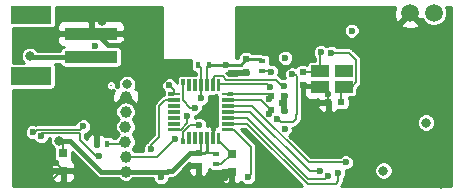
<source format=gbl>
G04 #@! TF.FileFunction,Copper,L4,Bot,Signal*
%FSLAX46Y46*%
G04 Gerber Fmt 4.6, Leading zero omitted, Abs format (unit mm)*
G04 Created by KiCad (PCBNEW 4.0.1-stable) date 28/01/2016 21:23:27*
%MOMM*%
G01*
G04 APERTURE LIST*
%ADD10C,0.100000*%
%ADD11R,0.600000X0.400000*%
%ADD12R,4.500000X1.000000*%
%ADD13R,3.400000X1.500000*%
%ADD14R,0.600000X0.500000*%
%ADD15R,0.500000X0.600000*%
%ADD16R,0.750000X0.800000*%
%ADD17C,1.500000*%
%ADD18R,0.400000X0.600000*%
%ADD19R,1.500000X1.000000*%
%ADD20R,0.300000X1.000000*%
%ADD21R,1.000000X0.300000*%
%ADD22C,1.000000*%
%ADD23C,0.600000*%
%ADD24C,0.800000*%
%ADD25C,0.150000*%
%ADD26C,0.280000*%
%ADD27C,0.400000*%
%ADD28C,0.180000*%
%ADD29C,0.300000*%
%ADD30C,0.254000*%
%ADD31C,0.250000*%
G04 APERTURE END LIST*
D10*
D11*
X68700000Y-61750000D03*
X68700000Y-60850000D03*
D12*
X58100000Y-52680000D03*
X58100000Y-50680000D03*
D13*
X53050000Y-54280000D03*
X53050000Y-49080000D03*
D14*
X79300000Y-56500000D03*
X78200000Y-56500000D03*
D15*
X76000000Y-53950000D03*
X76000000Y-55050000D03*
X67200000Y-60750000D03*
X67200000Y-61850000D03*
X71200000Y-52850000D03*
X71200000Y-53950000D03*
D14*
X73325000Y-55950000D03*
X74425000Y-55950000D03*
X73325000Y-57150000D03*
X74425000Y-57150000D03*
D16*
X55725000Y-60800000D03*
X55725000Y-62300000D03*
X70000000Y-60850000D03*
X70000000Y-62350000D03*
D17*
X87100000Y-48925000D03*
X85100000Y-48925000D03*
D11*
X72600000Y-52950000D03*
X72600000Y-53850000D03*
D18*
X67150000Y-53300000D03*
X68050000Y-53300000D03*
X58550000Y-60000000D03*
X59450000Y-60000000D03*
D19*
X77500000Y-53850000D03*
X77500000Y-55150000D03*
X79500000Y-53850000D03*
X79500000Y-55150000D03*
D10*
G36*
X65750000Y-54550000D02*
X66050000Y-54550000D01*
X66000000Y-55550000D01*
X65800000Y-55550000D01*
X65750000Y-54550000D01*
X65750000Y-54550000D01*
G37*
D20*
X66400000Y-55050000D03*
X66900000Y-55050000D03*
X67400000Y-55050000D03*
X67900000Y-55050000D03*
X68400000Y-55050000D03*
D10*
G36*
X68750000Y-54550000D02*
X69050000Y-54550000D01*
X69000000Y-55550000D01*
X68800000Y-55550000D01*
X68750000Y-54550000D01*
X68750000Y-54550000D01*
G37*
G36*
X70150000Y-55650000D02*
X70150000Y-55950000D01*
X69150000Y-55900000D01*
X69150000Y-55700000D01*
X70150000Y-55650000D01*
X70150000Y-55650000D01*
G37*
D21*
X69650000Y-56300000D03*
X69650000Y-56800000D03*
X69650000Y-57300000D03*
X69650000Y-57800000D03*
X69650000Y-58300000D03*
D10*
G36*
X70150000Y-58650000D02*
X70150000Y-58950000D01*
X69150000Y-58900000D01*
X69150000Y-58700000D01*
X70150000Y-58650000D01*
X70150000Y-58650000D01*
G37*
G36*
X69050000Y-60050000D02*
X68750000Y-60050000D01*
X68800000Y-59050000D01*
X69000000Y-59050000D01*
X69050000Y-60050000D01*
X69050000Y-60050000D01*
G37*
D20*
X68400000Y-59550000D03*
X67900000Y-59550000D03*
X67400000Y-59550000D03*
X66900000Y-59550000D03*
X66400000Y-59550000D03*
D10*
G36*
X66050000Y-60050000D02*
X65750000Y-60050000D01*
X65800000Y-59050000D01*
X66000000Y-59050000D01*
X66050000Y-60050000D01*
X66050000Y-60050000D01*
G37*
G36*
X64650000Y-58950000D02*
X64650000Y-58650000D01*
X65650000Y-58700000D01*
X65650000Y-58900000D01*
X64650000Y-58950000D01*
X64650000Y-58950000D01*
G37*
D21*
X65150000Y-58300000D03*
X65150000Y-57800000D03*
X65150000Y-57300000D03*
X65150000Y-56800000D03*
X65150000Y-56300000D03*
D10*
G36*
X64650000Y-55950000D02*
X64650000Y-55650000D01*
X65650000Y-55700000D01*
X65650000Y-55900000D01*
X64650000Y-55950000D01*
X64650000Y-55950000D01*
G37*
D22*
X61025000Y-62350000D03*
X61088500Y-61080000D03*
X60961500Y-59810000D03*
X60961500Y-58540000D03*
X61088500Y-57270000D03*
X61025000Y-56000000D03*
D23*
X78000000Y-58000000D03*
X77250000Y-57500000D03*
X77250000Y-58750000D03*
X81000000Y-56000000D03*
X80500000Y-57000000D03*
X77260000Y-56530000D03*
X78155000Y-55805000D03*
D24*
X68520000Y-58260000D03*
D23*
X51700000Y-56850000D03*
D24*
X58225000Y-57625000D03*
D23*
X55475000Y-57550000D03*
D24*
X53420000Y-56060000D03*
D23*
X57400000Y-57725000D03*
X83775000Y-48575000D03*
X88250000Y-53000000D03*
X88250000Y-52000000D03*
X88250000Y-50750000D03*
X88250000Y-49750000D03*
X88500000Y-49025000D03*
X86100000Y-49600000D03*
D24*
X77125000Y-51425000D03*
X73250000Y-49800000D03*
X73250000Y-49825000D03*
X60940000Y-51650000D03*
X55360000Y-55170000D03*
X56775000Y-55225000D03*
X53050000Y-57200000D03*
D23*
X55125000Y-61625000D03*
X52175000Y-63450000D03*
X74482500Y-62392500D03*
X87100000Y-62050000D03*
X79850000Y-62750000D03*
X75625000Y-59725000D03*
X80025000Y-58950000D03*
X79950000Y-57925000D03*
X80825000Y-57925000D03*
X79050000Y-57925000D03*
X78425000Y-58925000D03*
X79125000Y-58925000D03*
X80875000Y-58950000D03*
X74275000Y-56550000D03*
X59425000Y-54525000D03*
X58400000Y-51700000D03*
X58675000Y-54725000D03*
X58600000Y-55600000D03*
X64475000Y-54325000D03*
X59800000Y-58350000D03*
X59800000Y-59225000D03*
X54450000Y-63375000D03*
X85350000Y-60875000D03*
X84250000Y-60850000D03*
X88350000Y-63050000D03*
X88450000Y-61825000D03*
X88425000Y-60975000D03*
X88450000Y-59000000D03*
X87550000Y-59025000D03*
X85800000Y-58950000D03*
X82325000Y-59600000D03*
X83250000Y-59575000D03*
X84600000Y-59150000D03*
X88450000Y-56025000D03*
X87350000Y-58150000D03*
X88400000Y-58150000D03*
X87250000Y-56050000D03*
X86000000Y-55000000D03*
X87000000Y-55000000D03*
X88000000Y-55000000D03*
X84325000Y-55050000D03*
X84250000Y-52000000D03*
D24*
X82750000Y-53500000D03*
X81750000Y-53500000D03*
X81750000Y-52500000D03*
X82750000Y-52500000D03*
X84650000Y-51000000D03*
D23*
X82750000Y-49750000D03*
D24*
X78500000Y-48750000D03*
X79500000Y-48750000D03*
X80500000Y-48750000D03*
X81500000Y-48750000D03*
X82500000Y-48750000D03*
X77500000Y-48750000D03*
X76500000Y-48750000D03*
X75500000Y-48750000D03*
X74500000Y-48750000D03*
X73500000Y-48750000D03*
D23*
X72980000Y-51570000D03*
X69980000Y-54010000D03*
X72680000Y-61380000D03*
X68510000Y-62870000D03*
X69430000Y-62920000D03*
D24*
X54980000Y-51360000D03*
X52960000Y-51330000D03*
X61100000Y-50670000D03*
X61060000Y-49540000D03*
X60300000Y-48840000D03*
X59200000Y-48770000D03*
X59020000Y-49610000D03*
D23*
X64020000Y-62830000D03*
X74480000Y-58780000D03*
D24*
X86460000Y-58200000D03*
X82855000Y-62265000D03*
D23*
X80160000Y-50410000D03*
X74520000Y-52720000D03*
X69490000Y-53290000D03*
D24*
X61140000Y-54920000D03*
X55420000Y-59740000D03*
D23*
X73125000Y-56200000D03*
X73175000Y-57475000D03*
X79670000Y-61580000D03*
X67440000Y-56130000D03*
X65180000Y-59570000D03*
X66860000Y-56930000D03*
X57430000Y-58530000D03*
X53180000Y-59020000D03*
X63150000Y-60460000D03*
X58800000Y-61020000D03*
X53870000Y-59380000D03*
X64720000Y-55050000D03*
X67220000Y-58380000D03*
X66230000Y-57620000D03*
X71385000Y-62815000D03*
X74420000Y-55120000D03*
X73250000Y-55150000D03*
X77440000Y-62330000D03*
X78200000Y-62740000D03*
X79030000Y-62450000D03*
D24*
X52930000Y-52540000D03*
D23*
X78440000Y-52280000D03*
X77540000Y-52230000D03*
X73360000Y-53880000D03*
X73870000Y-57870000D03*
X75120000Y-54120000D03*
D25*
X59780000Y-55050000D02*
X59790000Y-55060000D01*
X78000000Y-58000000D02*
X77750000Y-58000000D01*
X77750000Y-58000000D02*
X77250000Y-57500000D01*
X78000000Y-58000000D02*
X77250000Y-58750000D01*
X80500000Y-57000000D02*
X80500000Y-56500000D01*
X80500000Y-56500000D02*
X81000000Y-56000000D01*
X80825000Y-57925000D02*
X80825000Y-57325000D01*
X80825000Y-57325000D02*
X80500000Y-57000000D01*
X79050000Y-57925000D02*
X78075000Y-57925000D01*
X78075000Y-57925000D02*
X78000000Y-58000000D01*
X78200000Y-56500000D02*
X77290000Y-56500000D01*
X77290000Y-56500000D02*
X77260000Y-56530000D01*
X78200000Y-55805000D02*
X78155000Y-55805000D01*
X78200000Y-56500000D02*
X78200000Y-55805000D01*
X78200000Y-55805000D02*
X78200000Y-55850000D01*
X78200000Y-55850000D02*
X77500000Y-55150000D01*
X76000000Y-55050000D02*
X77400000Y-55050000D01*
X77400000Y-55050000D02*
X77500000Y-55150000D01*
D26*
X68400000Y-59550000D02*
X68400000Y-58380000D01*
X68400000Y-58380000D02*
X68520000Y-58260000D01*
D27*
X53985000Y-56060000D02*
X55475000Y-57550000D01*
X53985000Y-56060000D02*
X53420000Y-56060000D01*
D28*
X57225000Y-57550000D02*
X55475000Y-57550000D01*
X57400000Y-57725000D02*
X57225000Y-57550000D01*
X82500000Y-48750000D02*
X83600000Y-48750000D01*
X83600000Y-48750000D02*
X83775000Y-48575000D01*
X88250000Y-49750000D02*
X88250000Y-49275000D01*
D25*
X88250000Y-53000000D02*
X88250000Y-52000000D01*
X88250000Y-50750000D02*
X88250000Y-49750000D01*
D28*
X88250000Y-49275000D02*
X88500000Y-49025000D01*
D29*
X73250000Y-49825000D02*
X73250000Y-49800000D01*
D27*
X59540000Y-51650000D02*
X60940000Y-51650000D01*
X58570000Y-50680000D02*
X59540000Y-51650000D01*
D29*
X55360000Y-55170000D02*
X56720000Y-55170000D01*
X56720000Y-55170000D02*
X56775000Y-55225000D01*
D25*
X55725000Y-62300000D02*
X55725000Y-62225000D01*
X55725000Y-62225000D02*
X55125000Y-61625000D01*
X54450000Y-63375000D02*
X52250000Y-63375000D01*
X52250000Y-63375000D02*
X52175000Y-63450000D01*
X74482500Y-62392500D02*
X74475000Y-62400000D01*
X81750000Y-54425000D02*
X81750000Y-53500000D01*
X81675000Y-54500000D02*
X81750000Y-54425000D01*
X79050000Y-57925000D02*
X79950000Y-57925000D01*
X79950000Y-57925000D02*
X80825000Y-57925000D01*
X79125000Y-58925000D02*
X78425000Y-58925000D01*
X80875000Y-58950000D02*
X80025000Y-58950000D01*
X80025000Y-58950000D02*
X79150000Y-58950000D01*
X79150000Y-58950000D02*
X79125000Y-58925000D01*
X79050000Y-58075000D02*
X79050000Y-58375000D01*
X79050000Y-57925000D02*
X79050000Y-58075000D01*
X79625000Y-58950000D02*
X80875000Y-58950000D01*
X79050000Y-58375000D02*
X79625000Y-58950000D01*
X74425000Y-56625000D02*
X74350000Y-56625000D01*
X74350000Y-56625000D02*
X74275000Y-56550000D01*
X74425000Y-55950000D02*
X74425000Y-56625000D01*
X74425000Y-56625000D02*
X74425000Y-57150000D01*
X58550000Y-60000000D02*
X58550000Y-59525000D01*
X59800000Y-58350000D02*
X59800000Y-59225000D01*
X58850000Y-59225000D02*
X59800000Y-59225000D01*
X58550000Y-59525000D02*
X58850000Y-59225000D01*
X55725000Y-62300000D02*
X55525000Y-62300000D01*
X55525000Y-62300000D02*
X54450000Y-63375000D01*
X85350000Y-60875000D02*
X84275000Y-60875000D01*
X84275000Y-60875000D02*
X84250000Y-60850000D01*
X88350000Y-63050000D02*
X87700000Y-63700000D01*
X88450000Y-61000000D02*
X88450000Y-61825000D01*
X88425000Y-60975000D02*
X88450000Y-61000000D01*
X87575000Y-59000000D02*
X88450000Y-59000000D01*
X87550000Y-59025000D02*
X87575000Y-59000000D01*
X83225000Y-59600000D02*
X82325000Y-59600000D01*
X83250000Y-59575000D02*
X83225000Y-59600000D01*
X88475000Y-57075000D02*
X88475000Y-58075000D01*
X88450000Y-56025000D02*
X88475000Y-56050000D01*
X88475000Y-56050000D02*
X88475000Y-57075000D01*
X88475000Y-58075000D02*
X88400000Y-58150000D01*
X87250000Y-56050000D02*
X87250000Y-56000000D01*
X85950000Y-55050000D02*
X86000000Y-55000000D01*
X87000000Y-55000000D02*
X88000000Y-55000000D01*
X84325000Y-55050000D02*
X85950000Y-55050000D01*
D26*
X84250000Y-52000000D02*
X83250000Y-52000000D01*
X82750000Y-53500000D02*
X82750000Y-54250000D01*
X81750000Y-52500000D02*
X81750000Y-53500000D01*
X83250000Y-52000000D02*
X82750000Y-52500000D01*
X84650000Y-51000000D02*
X84750000Y-51000000D01*
D29*
X79500000Y-48750000D02*
X80500000Y-48750000D01*
D26*
X81500000Y-48750000D02*
X82500000Y-48750000D01*
X75500000Y-48750000D02*
X76500000Y-48750000D01*
X73500000Y-48750000D02*
X74500000Y-48750000D01*
X77500000Y-48750000D02*
X78500000Y-48750000D01*
X70160000Y-54010000D02*
X70220000Y-53950000D01*
X70220000Y-53950000D02*
X70160000Y-54010000D01*
X70220000Y-53950000D02*
X70040000Y-53950000D01*
X70040000Y-53950000D02*
X69980000Y-54010000D01*
X71200000Y-53950000D02*
X70220000Y-53950000D01*
X69430000Y-62920000D02*
X70000000Y-62350000D01*
X68560000Y-62920000D02*
X69430000Y-62920000D01*
X68510000Y-62870000D02*
X68560000Y-62920000D01*
D27*
X58100000Y-50680000D02*
X58570000Y-50680000D01*
X58100000Y-50680000D02*
X61090000Y-50680000D01*
X61090000Y-50680000D02*
X61100000Y-50670000D01*
X61060000Y-49540000D02*
X60360000Y-48840000D01*
X60360000Y-48840000D02*
X60300000Y-48840000D01*
X59200000Y-48770000D02*
X59020000Y-48950000D01*
X59020000Y-48950000D02*
X59020000Y-49610000D01*
D25*
X67400000Y-59550000D02*
X67400000Y-60550000D01*
X67400000Y-60550000D02*
X67200000Y-60750000D01*
D27*
X63900000Y-62710000D02*
X63900000Y-62350000D01*
X64020000Y-62830000D02*
X63900000Y-62710000D01*
X63900000Y-62350000D02*
X64540000Y-62350000D01*
X61025000Y-62350000D02*
X63900000Y-62350000D01*
X66480000Y-60750000D02*
X67200000Y-60750000D01*
X64950000Y-62280000D02*
X64850000Y-62280000D01*
X66480000Y-60750000D02*
X64950000Y-62280000D01*
X64610000Y-62280000D02*
X64850000Y-62280000D01*
X64540000Y-62350000D02*
X64610000Y-62280000D01*
D26*
X71200000Y-52850000D02*
X72500000Y-52850000D01*
X72500000Y-52850000D02*
X72600000Y-52950000D01*
X68050000Y-53300000D02*
X68890000Y-53300000D01*
X68890000Y-53300000D02*
X68900000Y-53290000D01*
X68900000Y-53290000D02*
X69490000Y-53290000D01*
X70760000Y-53290000D02*
X71200000Y-52850000D01*
X69490000Y-53290000D02*
X70760000Y-53290000D01*
D27*
X61025000Y-62350000D02*
X58920000Y-62350000D01*
X56310000Y-59740000D02*
X55420000Y-59740000D01*
X58920000Y-62350000D02*
X56310000Y-59740000D01*
D28*
X55420000Y-59700000D02*
X55420000Y-59740000D01*
X55420000Y-59740000D02*
X55420000Y-59700000D01*
X55725000Y-60800000D02*
X55725000Y-60045000D01*
X55725000Y-60045000D02*
X55420000Y-59740000D01*
D25*
X67760000Y-60750000D02*
X68600000Y-60750000D01*
X68600000Y-60750000D02*
X68700000Y-60850000D01*
D30*
X67900000Y-59550000D02*
X67900000Y-60610000D01*
X67760000Y-60750000D02*
X67200000Y-60750000D01*
D25*
X67900000Y-60610000D02*
X67760000Y-60750000D01*
X67900000Y-55050000D02*
X67900000Y-53450000D01*
X67900000Y-53450000D02*
X68050000Y-53300000D01*
X72575000Y-55800000D02*
X73175000Y-55800000D01*
X73175000Y-55800000D02*
X73325000Y-55950000D01*
X73325000Y-55950000D02*
X73325000Y-56000000D01*
X73325000Y-56000000D02*
X73125000Y-56200000D01*
X69650000Y-55800000D02*
X72575000Y-55800000D01*
X72575000Y-55800000D02*
X72580000Y-55800000D01*
X72150000Y-56300000D02*
X72475000Y-56300000D01*
X72475000Y-56300000D02*
X73325000Y-57150000D01*
X73325000Y-57150000D02*
X73325000Y-57400000D01*
X73325000Y-57400000D02*
X73250000Y-57475000D01*
X73250000Y-57475000D02*
X73175000Y-57475000D01*
X72210000Y-56300000D02*
X72150000Y-56300000D01*
X72150000Y-56300000D02*
X69650000Y-56300000D01*
X69650000Y-56800000D02*
X71740000Y-56800000D01*
X78190000Y-61580000D02*
X79670000Y-61580000D01*
X76520000Y-61580000D02*
X78190000Y-61580000D01*
X71740000Y-56800000D02*
X76520000Y-61580000D01*
X67440000Y-56130000D02*
X67400000Y-56090000D01*
X67400000Y-56090000D02*
X67400000Y-55050000D01*
X63670000Y-61080000D02*
X65180000Y-59570000D01*
X61025000Y-61080000D02*
X63670000Y-61080000D01*
X67400000Y-55050000D02*
X67400000Y-53550000D01*
X67400000Y-53550000D02*
X67150000Y-53300000D01*
X59450000Y-60000000D02*
X60835000Y-60000000D01*
X60835000Y-60000000D02*
X61025000Y-59810000D01*
X65900000Y-55050000D02*
X65900000Y-56330000D01*
X66500000Y-56930000D02*
X66860000Y-56930000D01*
X65900000Y-56330000D02*
X66500000Y-56930000D01*
X53270000Y-59020000D02*
X53500000Y-58790000D01*
X53500000Y-58790000D02*
X57170000Y-58790000D01*
X57170000Y-58790000D02*
X57430000Y-58530000D01*
X53180000Y-59020000D02*
X53270000Y-59020000D01*
X53190000Y-59010000D02*
X53190000Y-58940000D01*
X53180000Y-59020000D02*
X53190000Y-59010000D01*
X65150000Y-56300000D02*
X64350000Y-56300000D01*
X63150000Y-60130000D02*
X63150000Y-60460000D01*
X63890000Y-59390000D02*
X63150000Y-60130000D01*
X63890000Y-56760000D02*
X63890000Y-59390000D01*
X64350000Y-56300000D02*
X63890000Y-56760000D01*
X58500000Y-61020000D02*
X58800000Y-61020000D01*
X53870000Y-59380000D02*
X53870000Y-59130000D01*
X53900000Y-59100000D02*
X57160000Y-59100000D01*
X53870000Y-59130000D02*
X53900000Y-59100000D01*
X57160000Y-59680000D02*
X58500000Y-61020000D01*
X58500000Y-61020000D02*
X58510000Y-61030000D01*
X57160000Y-59100000D02*
X57160000Y-59680000D01*
X64720000Y-55050000D02*
X65150000Y-55480000D01*
X65150000Y-55480000D02*
X65150000Y-55800000D01*
X68900000Y-59550000D02*
X68900000Y-59750000D01*
X68900000Y-59750000D02*
X70000000Y-60850000D01*
X68700000Y-61750000D02*
X69100000Y-61750000D01*
X69100000Y-61750000D02*
X70000000Y-60850000D01*
X65900000Y-58994266D02*
X66514266Y-58380000D01*
X66514266Y-58380000D02*
X67220000Y-58380000D01*
X65900000Y-59550000D02*
X65900000Y-58994266D01*
X65150000Y-58800000D02*
X65670000Y-58800000D01*
X66230000Y-58240000D02*
X66230000Y-57620000D01*
X66230000Y-57620000D02*
X66230000Y-57600000D01*
X65670000Y-58800000D02*
X66230000Y-58240000D01*
X71490000Y-62720000D02*
X71480000Y-62720000D01*
X71620000Y-62590000D02*
X71490000Y-62720000D01*
X69650000Y-58800000D02*
X70180000Y-58800000D01*
X71620000Y-60240000D02*
X71620000Y-62430000D01*
X70180000Y-58800000D02*
X71620000Y-60240000D01*
X71620000Y-62430000D02*
X71620000Y-62590000D01*
X71480000Y-62720000D02*
X71385000Y-62815000D01*
X71385000Y-62815000D02*
X71380000Y-62820000D01*
X71190000Y-54609998D02*
X73779998Y-54609998D01*
X74290000Y-55120000D02*
X74420000Y-55120000D01*
X73779998Y-54609998D02*
X74290000Y-55120000D01*
X68400000Y-55050000D02*
X68400000Y-54530000D01*
X69550000Y-54609998D02*
X71190000Y-54609998D01*
X71190000Y-54609998D02*
X71200000Y-54609998D01*
X69240002Y-54300000D02*
X69550000Y-54609998D01*
X68630000Y-54300000D02*
X69240002Y-54300000D01*
X68400000Y-54530000D02*
X68630000Y-54300000D01*
X73250000Y-55150000D02*
X73000000Y-54910000D01*
X73000000Y-54910000D02*
X69040000Y-54910000D01*
X69040000Y-54910000D02*
X68900000Y-55050000D01*
X69650000Y-57300000D02*
X71580000Y-57300000D01*
X76610000Y-62330000D02*
X77440000Y-62330000D01*
X71580000Y-57300000D02*
X76610000Y-62330000D01*
X71264266Y-57800000D02*
X69650000Y-57800000D01*
X76464266Y-63000000D02*
X71264266Y-57800000D01*
X77940000Y-63000000D02*
X76464266Y-63000000D01*
X78200000Y-62740000D02*
X77940000Y-63000000D01*
X69650000Y-58300000D02*
X71340000Y-58300000D01*
X79030000Y-63180000D02*
X79030000Y-62450000D01*
X78810000Y-63400000D02*
X79030000Y-63180000D01*
X76440000Y-63400000D02*
X78810000Y-63400000D01*
X71340000Y-58300000D02*
X76440000Y-63400000D01*
D27*
X58100000Y-52680000D02*
X53070000Y-52680000D01*
X53070000Y-52680000D02*
X52930000Y-52540000D01*
D25*
X80540000Y-54780000D02*
X80540000Y-52910000D01*
X80540000Y-52910000D02*
X79910000Y-52280000D01*
X79910000Y-52280000D02*
X78440000Y-52280000D01*
X80540000Y-54780000D02*
X80170000Y-55150000D01*
X79500000Y-55150000D02*
X80170000Y-55150000D01*
X79300000Y-56500000D02*
X79300000Y-55350000D01*
X79300000Y-55350000D02*
X79500000Y-55150000D01*
X77500000Y-52270000D02*
X77500000Y-53850000D01*
X77540000Y-52230000D02*
X77500000Y-52270000D01*
X76000000Y-53950000D02*
X77400000Y-53950000D01*
X77400000Y-53950000D02*
X77500000Y-53850000D01*
X73330000Y-53850000D02*
X72600000Y-53850000D01*
X73360000Y-53880000D02*
X73330000Y-53850000D01*
X75120000Y-54120000D02*
X75320000Y-54120000D01*
X74175000Y-58175000D02*
X73870000Y-57870000D01*
X75200000Y-58175000D02*
X74175000Y-58175000D01*
X75475000Y-57900000D02*
X75200000Y-58175000D01*
X75475000Y-57525000D02*
X75475000Y-57900000D01*
X75500000Y-57500000D02*
X75475000Y-57525000D01*
X75500000Y-54300000D02*
X75500000Y-57500000D01*
X75320000Y-54120000D02*
X75500000Y-54300000D01*
D31*
G36*
X83704501Y-48722635D02*
X83733286Y-49272073D01*
X83888169Y-49645994D01*
X84128307Y-49714259D01*
X84917566Y-48925000D01*
X84903424Y-48910858D01*
X85085858Y-48728424D01*
X85100000Y-48742566D01*
X85114142Y-48728424D01*
X85296576Y-48910858D01*
X85282434Y-48925000D01*
X86071693Y-49714259D01*
X86248192Y-49664085D01*
X86461907Y-49878172D01*
X86875242Y-50049804D01*
X87322795Y-50050195D01*
X87736429Y-49879285D01*
X88053172Y-49563093D01*
X88224804Y-49149758D01*
X88225195Y-48702205D01*
X88120986Y-48450000D01*
X88550000Y-48450000D01*
X88550000Y-63550000D01*
X79296396Y-63550000D01*
X79348198Y-63498198D01*
X79403711Y-63415117D01*
X79445746Y-63352208D01*
X79480000Y-63180000D01*
X79480000Y-62954547D01*
X79601903Y-62832856D01*
X79704883Y-62584855D01*
X79705027Y-62418481D01*
X82079866Y-62418481D01*
X82197604Y-62703429D01*
X82415425Y-62921630D01*
X82700167Y-63039865D01*
X83008481Y-63040134D01*
X83293429Y-62922396D01*
X83511630Y-62704575D01*
X83629865Y-62419833D01*
X83630134Y-62111519D01*
X83512396Y-61826571D01*
X83294575Y-61608370D01*
X83009833Y-61490135D01*
X82701519Y-61489866D01*
X82416571Y-61607604D01*
X82198370Y-61825425D01*
X82080135Y-62110167D01*
X82079866Y-62418481D01*
X79705027Y-62418481D01*
X79705117Y-62316323D01*
X79679783Y-62255009D01*
X79803677Y-62255117D01*
X80051857Y-62152571D01*
X80241903Y-61962856D01*
X80344883Y-61714855D01*
X80345117Y-61446323D01*
X80242571Y-61198143D01*
X80052856Y-61008097D01*
X79804855Y-60905117D01*
X79536323Y-60904883D01*
X79288143Y-61007429D01*
X79165358Y-61130000D01*
X76706396Y-61130000D01*
X74895441Y-59319045D01*
X75051903Y-59162856D01*
X75154883Y-58914855D01*
X75155117Y-58646323D01*
X75146307Y-58625000D01*
X75200000Y-58625000D01*
X75372208Y-58590746D01*
X75518198Y-58493198D01*
X75657915Y-58353481D01*
X85684866Y-58353481D01*
X85802604Y-58638429D01*
X86020425Y-58856630D01*
X86305167Y-58974865D01*
X86613481Y-58975134D01*
X86898429Y-58857396D01*
X87116630Y-58639575D01*
X87234865Y-58354833D01*
X87235134Y-58046519D01*
X87117396Y-57761571D01*
X86899575Y-57543370D01*
X86614833Y-57425135D01*
X86306519Y-57424866D01*
X86021571Y-57542604D01*
X85803370Y-57760425D01*
X85685135Y-58045167D01*
X85684866Y-58353481D01*
X75657915Y-58353481D01*
X75793198Y-58218198D01*
X75800394Y-58207429D01*
X75890746Y-58072208D01*
X75925000Y-57900000D01*
X75925000Y-57625685D01*
X75950000Y-57500000D01*
X75950000Y-56783250D01*
X77267000Y-56783250D01*
X77267000Y-56875912D01*
X77363369Y-57108566D01*
X77541435Y-57286632D01*
X77774089Y-57383000D01*
X77912750Y-57383000D01*
X78071000Y-57224750D01*
X78071000Y-56625000D01*
X77425250Y-56625000D01*
X77267000Y-56783250D01*
X75950000Y-56783250D01*
X75950000Y-54901000D01*
X76125000Y-54901000D01*
X76125000Y-54921000D01*
X76175250Y-54921000D01*
X76275250Y-55021000D01*
X77371000Y-55021000D01*
X77371000Y-55001000D01*
X77629000Y-55001000D01*
X77629000Y-55021000D01*
X77649000Y-55021000D01*
X77649000Y-55279000D01*
X77629000Y-55279000D01*
X77629000Y-55299000D01*
X77371000Y-55299000D01*
X77371000Y-55279000D01*
X76824750Y-55279000D01*
X76724750Y-55179000D01*
X76125000Y-55179000D01*
X76125000Y-55429250D01*
X76117000Y-55437250D01*
X76117000Y-55775912D01*
X76125000Y-55795226D01*
X76125000Y-55824750D01*
X76145877Y-55845627D01*
X76213369Y-56008566D01*
X76391435Y-56186632D01*
X76624089Y-56283000D01*
X77212750Y-56283000D01*
X77273000Y-56222750D01*
X77425250Y-56375000D01*
X78071000Y-56375000D01*
X78071000Y-56351000D01*
X78329000Y-56351000D01*
X78329000Y-56375000D01*
X78349000Y-56375000D01*
X78349000Y-56625000D01*
X78329000Y-56625000D01*
X78329000Y-57224750D01*
X78487250Y-57383000D01*
X78625911Y-57383000D01*
X78858565Y-57286632D01*
X79012851Y-57132346D01*
X79600000Y-57132346D01*
X79738966Y-57106198D01*
X79866599Y-57024069D01*
X79952223Y-56898754D01*
X79982346Y-56750000D01*
X79982346Y-56250000D01*
X79956198Y-56111034D01*
X79905564Y-56032346D01*
X80250000Y-56032346D01*
X80388966Y-56006198D01*
X80516599Y-55924069D01*
X80602223Y-55798754D01*
X80632346Y-55650000D01*
X80632346Y-55324050D01*
X80858198Y-55098198D01*
X80883721Y-55060000D01*
X80955746Y-54952208D01*
X80990000Y-54780000D01*
X80990000Y-52910000D01*
X80978313Y-52851246D01*
X80955747Y-52737793D01*
X80858198Y-52591802D01*
X80228198Y-51961802D01*
X80153368Y-51911802D01*
X80082208Y-51864254D01*
X79910000Y-51830000D01*
X78944547Y-51830000D01*
X78822856Y-51708097D01*
X78574855Y-51605117D01*
X78306323Y-51604883D01*
X78058143Y-51707429D01*
X78015048Y-51750449D01*
X77922856Y-51658097D01*
X77674855Y-51555117D01*
X77406323Y-51554883D01*
X77158143Y-51657429D01*
X76968097Y-51847144D01*
X76865117Y-52095145D01*
X76864883Y-52363677D01*
X76967429Y-52611857D01*
X77050000Y-52694572D01*
X77050000Y-52967654D01*
X76750000Y-52967654D01*
X76611034Y-52993802D01*
X76483401Y-53075931D01*
X76397777Y-53201246D01*
X76379038Y-53293784D01*
X76250000Y-53267654D01*
X75750000Y-53267654D01*
X75611034Y-53293802D01*
X75483401Y-53375931D01*
X75397777Y-53501246D01*
X75397176Y-53504214D01*
X75254855Y-53445117D01*
X74986323Y-53444883D01*
X74738143Y-53547429D01*
X74548097Y-53737144D01*
X74445117Y-53985145D01*
X74444883Y-54253677D01*
X74523973Y-54445090D01*
X74286323Y-54444883D01*
X74261525Y-54455129D01*
X74098196Y-54291800D01*
X74085626Y-54283401D01*
X73958613Y-54198533D01*
X74034883Y-54014855D01*
X74035117Y-53746323D01*
X73932571Y-53498143D01*
X73742856Y-53308097D01*
X73494855Y-53205117D01*
X73271224Y-53204922D01*
X73282346Y-53150000D01*
X73282346Y-52853677D01*
X73844883Y-52853677D01*
X73947429Y-53101857D01*
X74137144Y-53291903D01*
X74385145Y-53394883D01*
X74653677Y-53395117D01*
X74901857Y-53292571D01*
X75091903Y-53102856D01*
X75194883Y-52854855D01*
X75195117Y-52586323D01*
X75092571Y-52338143D01*
X74902856Y-52148097D01*
X74654855Y-52045117D01*
X74386323Y-52044883D01*
X74138143Y-52147429D01*
X73948097Y-52337144D01*
X73845117Y-52585145D01*
X73844883Y-52853677D01*
X73282346Y-52853677D01*
X73282346Y-52750000D01*
X73256198Y-52611034D01*
X73174069Y-52483401D01*
X73048754Y-52397777D01*
X72900000Y-52367654D01*
X72664163Y-52367654D01*
X72500000Y-52335000D01*
X71757272Y-52335000D01*
X71724069Y-52283401D01*
X71598754Y-52197777D01*
X71450000Y-52167654D01*
X70950000Y-52167654D01*
X70811034Y-52193802D01*
X70683401Y-52275931D01*
X70597777Y-52401246D01*
X70567654Y-52550000D01*
X70567654Y-52754026D01*
X70546680Y-52775000D01*
X70369937Y-52775000D01*
X70375000Y-52750000D01*
X70375000Y-50543677D01*
X79484883Y-50543677D01*
X79587429Y-50791857D01*
X79777144Y-50981903D01*
X80025145Y-51084883D01*
X80293677Y-51085117D01*
X80541857Y-50982571D01*
X80731903Y-50792856D01*
X80834883Y-50544855D01*
X80835117Y-50276323D01*
X80732571Y-50028143D01*
X80601350Y-49896693D01*
X84310741Y-49896693D01*
X84379006Y-50136831D01*
X84897635Y-50320499D01*
X85447073Y-50291714D01*
X85820994Y-50136831D01*
X85889259Y-49896693D01*
X85100000Y-49107434D01*
X84310741Y-49896693D01*
X80601350Y-49896693D01*
X80542856Y-49838097D01*
X80294855Y-49735117D01*
X80026323Y-49734883D01*
X79778143Y-49837429D01*
X79588097Y-50027144D01*
X79485117Y-50275145D01*
X79484883Y-50543677D01*
X70375000Y-50543677D01*
X70375000Y-48450000D01*
X83801052Y-48450000D01*
X83704501Y-48722635D01*
X83704501Y-48722635D01*
G37*
X83704501Y-48722635D02*
X83733286Y-49272073D01*
X83888169Y-49645994D01*
X84128307Y-49714259D01*
X84917566Y-48925000D01*
X84903424Y-48910858D01*
X85085858Y-48728424D01*
X85100000Y-48742566D01*
X85114142Y-48728424D01*
X85296576Y-48910858D01*
X85282434Y-48925000D01*
X86071693Y-49714259D01*
X86248192Y-49664085D01*
X86461907Y-49878172D01*
X86875242Y-50049804D01*
X87322795Y-50050195D01*
X87736429Y-49879285D01*
X88053172Y-49563093D01*
X88224804Y-49149758D01*
X88225195Y-48702205D01*
X88120986Y-48450000D01*
X88550000Y-48450000D01*
X88550000Y-63550000D01*
X79296396Y-63550000D01*
X79348198Y-63498198D01*
X79403711Y-63415117D01*
X79445746Y-63352208D01*
X79480000Y-63180000D01*
X79480000Y-62954547D01*
X79601903Y-62832856D01*
X79704883Y-62584855D01*
X79705027Y-62418481D01*
X82079866Y-62418481D01*
X82197604Y-62703429D01*
X82415425Y-62921630D01*
X82700167Y-63039865D01*
X83008481Y-63040134D01*
X83293429Y-62922396D01*
X83511630Y-62704575D01*
X83629865Y-62419833D01*
X83630134Y-62111519D01*
X83512396Y-61826571D01*
X83294575Y-61608370D01*
X83009833Y-61490135D01*
X82701519Y-61489866D01*
X82416571Y-61607604D01*
X82198370Y-61825425D01*
X82080135Y-62110167D01*
X82079866Y-62418481D01*
X79705027Y-62418481D01*
X79705117Y-62316323D01*
X79679783Y-62255009D01*
X79803677Y-62255117D01*
X80051857Y-62152571D01*
X80241903Y-61962856D01*
X80344883Y-61714855D01*
X80345117Y-61446323D01*
X80242571Y-61198143D01*
X80052856Y-61008097D01*
X79804855Y-60905117D01*
X79536323Y-60904883D01*
X79288143Y-61007429D01*
X79165358Y-61130000D01*
X76706396Y-61130000D01*
X74895441Y-59319045D01*
X75051903Y-59162856D01*
X75154883Y-58914855D01*
X75155117Y-58646323D01*
X75146307Y-58625000D01*
X75200000Y-58625000D01*
X75372208Y-58590746D01*
X75518198Y-58493198D01*
X75657915Y-58353481D01*
X85684866Y-58353481D01*
X85802604Y-58638429D01*
X86020425Y-58856630D01*
X86305167Y-58974865D01*
X86613481Y-58975134D01*
X86898429Y-58857396D01*
X87116630Y-58639575D01*
X87234865Y-58354833D01*
X87235134Y-58046519D01*
X87117396Y-57761571D01*
X86899575Y-57543370D01*
X86614833Y-57425135D01*
X86306519Y-57424866D01*
X86021571Y-57542604D01*
X85803370Y-57760425D01*
X85685135Y-58045167D01*
X85684866Y-58353481D01*
X75657915Y-58353481D01*
X75793198Y-58218198D01*
X75800394Y-58207429D01*
X75890746Y-58072208D01*
X75925000Y-57900000D01*
X75925000Y-57625685D01*
X75950000Y-57500000D01*
X75950000Y-56783250D01*
X77267000Y-56783250D01*
X77267000Y-56875912D01*
X77363369Y-57108566D01*
X77541435Y-57286632D01*
X77774089Y-57383000D01*
X77912750Y-57383000D01*
X78071000Y-57224750D01*
X78071000Y-56625000D01*
X77425250Y-56625000D01*
X77267000Y-56783250D01*
X75950000Y-56783250D01*
X75950000Y-54901000D01*
X76125000Y-54901000D01*
X76125000Y-54921000D01*
X76175250Y-54921000D01*
X76275250Y-55021000D01*
X77371000Y-55021000D01*
X77371000Y-55001000D01*
X77629000Y-55001000D01*
X77629000Y-55021000D01*
X77649000Y-55021000D01*
X77649000Y-55279000D01*
X77629000Y-55279000D01*
X77629000Y-55299000D01*
X77371000Y-55299000D01*
X77371000Y-55279000D01*
X76824750Y-55279000D01*
X76724750Y-55179000D01*
X76125000Y-55179000D01*
X76125000Y-55429250D01*
X76117000Y-55437250D01*
X76117000Y-55775912D01*
X76125000Y-55795226D01*
X76125000Y-55824750D01*
X76145877Y-55845627D01*
X76213369Y-56008566D01*
X76391435Y-56186632D01*
X76624089Y-56283000D01*
X77212750Y-56283000D01*
X77273000Y-56222750D01*
X77425250Y-56375000D01*
X78071000Y-56375000D01*
X78071000Y-56351000D01*
X78329000Y-56351000D01*
X78329000Y-56375000D01*
X78349000Y-56375000D01*
X78349000Y-56625000D01*
X78329000Y-56625000D01*
X78329000Y-57224750D01*
X78487250Y-57383000D01*
X78625911Y-57383000D01*
X78858565Y-57286632D01*
X79012851Y-57132346D01*
X79600000Y-57132346D01*
X79738966Y-57106198D01*
X79866599Y-57024069D01*
X79952223Y-56898754D01*
X79982346Y-56750000D01*
X79982346Y-56250000D01*
X79956198Y-56111034D01*
X79905564Y-56032346D01*
X80250000Y-56032346D01*
X80388966Y-56006198D01*
X80516599Y-55924069D01*
X80602223Y-55798754D01*
X80632346Y-55650000D01*
X80632346Y-55324050D01*
X80858198Y-55098198D01*
X80883721Y-55060000D01*
X80955746Y-54952208D01*
X80990000Y-54780000D01*
X80990000Y-52910000D01*
X80978313Y-52851246D01*
X80955747Y-52737793D01*
X80858198Y-52591802D01*
X80228198Y-51961802D01*
X80153368Y-51911802D01*
X80082208Y-51864254D01*
X79910000Y-51830000D01*
X78944547Y-51830000D01*
X78822856Y-51708097D01*
X78574855Y-51605117D01*
X78306323Y-51604883D01*
X78058143Y-51707429D01*
X78015048Y-51750449D01*
X77922856Y-51658097D01*
X77674855Y-51555117D01*
X77406323Y-51554883D01*
X77158143Y-51657429D01*
X76968097Y-51847144D01*
X76865117Y-52095145D01*
X76864883Y-52363677D01*
X76967429Y-52611857D01*
X77050000Y-52694572D01*
X77050000Y-52967654D01*
X76750000Y-52967654D01*
X76611034Y-52993802D01*
X76483401Y-53075931D01*
X76397777Y-53201246D01*
X76379038Y-53293784D01*
X76250000Y-53267654D01*
X75750000Y-53267654D01*
X75611034Y-53293802D01*
X75483401Y-53375931D01*
X75397777Y-53501246D01*
X75397176Y-53504214D01*
X75254855Y-53445117D01*
X74986323Y-53444883D01*
X74738143Y-53547429D01*
X74548097Y-53737144D01*
X74445117Y-53985145D01*
X74444883Y-54253677D01*
X74523973Y-54445090D01*
X74286323Y-54444883D01*
X74261525Y-54455129D01*
X74098196Y-54291800D01*
X74085626Y-54283401D01*
X73958613Y-54198533D01*
X74034883Y-54014855D01*
X74035117Y-53746323D01*
X73932571Y-53498143D01*
X73742856Y-53308097D01*
X73494855Y-53205117D01*
X73271224Y-53204922D01*
X73282346Y-53150000D01*
X73282346Y-52853677D01*
X73844883Y-52853677D01*
X73947429Y-53101857D01*
X74137144Y-53291903D01*
X74385145Y-53394883D01*
X74653677Y-53395117D01*
X74901857Y-53292571D01*
X75091903Y-53102856D01*
X75194883Y-52854855D01*
X75195117Y-52586323D01*
X75092571Y-52338143D01*
X74902856Y-52148097D01*
X74654855Y-52045117D01*
X74386323Y-52044883D01*
X74138143Y-52147429D01*
X73948097Y-52337144D01*
X73845117Y-52585145D01*
X73844883Y-52853677D01*
X73282346Y-52853677D01*
X73282346Y-52750000D01*
X73256198Y-52611034D01*
X73174069Y-52483401D01*
X73048754Y-52397777D01*
X72900000Y-52367654D01*
X72664163Y-52367654D01*
X72500000Y-52335000D01*
X71757272Y-52335000D01*
X71724069Y-52283401D01*
X71598754Y-52197777D01*
X71450000Y-52167654D01*
X70950000Y-52167654D01*
X70811034Y-52193802D01*
X70683401Y-52275931D01*
X70597777Y-52401246D01*
X70567654Y-52550000D01*
X70567654Y-52754026D01*
X70546680Y-52775000D01*
X70369937Y-52775000D01*
X70375000Y-52750000D01*
X70375000Y-50543677D01*
X79484883Y-50543677D01*
X79587429Y-50791857D01*
X79777144Y-50981903D01*
X80025145Y-51084883D01*
X80293677Y-51085117D01*
X80541857Y-50982571D01*
X80731903Y-50792856D01*
X80834883Y-50544855D01*
X80835117Y-50276323D01*
X80732571Y-50028143D01*
X80601350Y-49896693D01*
X84310741Y-49896693D01*
X84379006Y-50136831D01*
X84897635Y-50320499D01*
X85447073Y-50291714D01*
X85820994Y-50136831D01*
X85889259Y-49896693D01*
X85100000Y-49107434D01*
X84310741Y-49896693D01*
X80601350Y-49896693D01*
X80542856Y-49838097D01*
X80294855Y-49735117D01*
X80026323Y-49734883D01*
X79778143Y-49837429D01*
X79588097Y-50027144D01*
X79485117Y-50275145D01*
X79484883Y-50543677D01*
X70375000Y-50543677D01*
X70375000Y-48450000D01*
X83801052Y-48450000D01*
X83704501Y-48722635D01*
G36*
X64125000Y-52750000D02*
X64133549Y-52795432D01*
X64160399Y-52837159D01*
X64201368Y-52865152D01*
X64250000Y-52875000D01*
X66592967Y-52875000D01*
X66567654Y-53000000D01*
X66567654Y-53600000D01*
X66593802Y-53738966D01*
X66675931Y-53866599D01*
X66801246Y-53952223D01*
X66950000Y-53982346D01*
X66950000Y-54167654D01*
X66750000Y-54167654D01*
X66646329Y-54187161D01*
X66550000Y-54167654D01*
X66250000Y-54167654D01*
X66146329Y-54187161D01*
X66050000Y-54167654D01*
X65750000Y-54167654D01*
X65593419Y-54201186D01*
X65470048Y-54289587D01*
X65390789Y-54419021D01*
X65368131Y-54569093D01*
X65384168Y-54889823D01*
X65292571Y-54668143D01*
X65102856Y-54478097D01*
X64854855Y-54375117D01*
X64586323Y-54374883D01*
X64338143Y-54477429D01*
X64148097Y-54667144D01*
X64045117Y-54915145D01*
X64044883Y-55183677D01*
X64147429Y-55431857D01*
X64284103Y-55568770D01*
X64267654Y-55650000D01*
X64267654Y-55866379D01*
X64177792Y-55884254D01*
X64031802Y-55981802D01*
X63571802Y-56441802D01*
X63474254Y-56587792D01*
X63440000Y-56760000D01*
X63440000Y-59203604D01*
X62831802Y-59811802D01*
X62786276Y-59879937D01*
X62768143Y-59887429D01*
X62578097Y-60077144D01*
X62475117Y-60325145D01*
X62474883Y-60593677D01*
X62489891Y-60630000D01*
X61785815Y-60630000D01*
X61767221Y-60585000D01*
X61627437Y-60444972D01*
X61766356Y-60306295D01*
X61899848Y-59984812D01*
X61900151Y-59636715D01*
X61767221Y-59315000D01*
X61627437Y-59174972D01*
X61766356Y-59036295D01*
X61899848Y-58714812D01*
X61900151Y-58366715D01*
X61767221Y-58045000D01*
X61627437Y-57904972D01*
X61766356Y-57766295D01*
X61899848Y-57444812D01*
X61900151Y-57096715D01*
X61767221Y-56775000D01*
X61521295Y-56528644D01*
X61264636Y-56422069D01*
X61025000Y-56182434D01*
X60785032Y-56422402D01*
X60530000Y-56527779D01*
X60283644Y-56773705D01*
X60150152Y-57095188D01*
X60149849Y-57443285D01*
X60282779Y-57765000D01*
X60422563Y-57905028D01*
X60283644Y-58043705D01*
X60150152Y-58365188D01*
X60149849Y-58713285D01*
X60282779Y-59035000D01*
X60422563Y-59175028D01*
X60283644Y-59313705D01*
X60185525Y-59550000D01*
X59999098Y-59550000D01*
X59924069Y-59433401D01*
X59798754Y-59347777D01*
X59650000Y-59317654D01*
X59262851Y-59317654D01*
X59108565Y-59163368D01*
X58875911Y-59067000D01*
X58808250Y-59067000D01*
X58650000Y-59225250D01*
X58650000Y-59871000D01*
X58699000Y-59871000D01*
X58699000Y-60129000D01*
X58650000Y-60129000D01*
X58650000Y-60149000D01*
X58450000Y-60149000D01*
X58450000Y-60129000D01*
X58401000Y-60129000D01*
X58401000Y-59871000D01*
X58450000Y-59871000D01*
X58450000Y-59225250D01*
X58291750Y-59067000D01*
X58224089Y-59067000D01*
X57991435Y-59163368D01*
X57813369Y-59341434D01*
X57717000Y-59574088D01*
X57717000Y-59600604D01*
X57610000Y-59493604D01*
X57610000Y-59185977D01*
X57811857Y-59102571D01*
X58001903Y-58912856D01*
X58104883Y-58664855D01*
X58105117Y-58396323D01*
X58002571Y-58148143D01*
X57812856Y-57958097D01*
X57564855Y-57855117D01*
X57296323Y-57854883D01*
X57048143Y-57957429D01*
X56858097Y-58147144D01*
X56778015Y-58340000D01*
X53500000Y-58340000D01*
X53366488Y-58366557D01*
X53314855Y-58345117D01*
X53046323Y-58344883D01*
X52798143Y-58447429D01*
X52608097Y-58637144D01*
X52505117Y-58885145D01*
X52504883Y-59153677D01*
X52607429Y-59401857D01*
X52797144Y-59591903D01*
X53045145Y-59694883D01*
X53269837Y-59695079D01*
X53297429Y-59761857D01*
X53487144Y-59951903D01*
X53735145Y-60054883D01*
X54003677Y-60055117D01*
X54251857Y-59952571D01*
X54441903Y-59762856D01*
X54530289Y-59550000D01*
X54659738Y-59550000D01*
X54645135Y-59585167D01*
X54644866Y-59893481D01*
X54762604Y-60178429D01*
X54970375Y-60386563D01*
X54967654Y-60400000D01*
X54967654Y-61200000D01*
X54993802Y-61338966D01*
X55005702Y-61357459D01*
X54991434Y-61363369D01*
X54813368Y-61541435D01*
X54717000Y-61774089D01*
X54717000Y-62012750D01*
X54875250Y-62171000D01*
X55596000Y-62171000D01*
X55596000Y-62151000D01*
X55854000Y-62151000D01*
X55854000Y-62171000D01*
X56574750Y-62171000D01*
X56733000Y-62012750D01*
X56733000Y-61774089D01*
X56636632Y-61541435D01*
X56458566Y-61363369D01*
X56445839Y-61358097D01*
X56452223Y-61348754D01*
X56482346Y-61200000D01*
X56482346Y-60725518D01*
X58513413Y-62756586D01*
X58595195Y-62811231D01*
X58699957Y-62881231D01*
X58920000Y-62925000D01*
X60362639Y-62925000D01*
X60528705Y-63091356D01*
X60850188Y-63224848D01*
X61198285Y-63225151D01*
X61520000Y-63092221D01*
X61687513Y-62925000D01*
X63344917Y-62925000D01*
X63344883Y-62963677D01*
X63447429Y-63211857D01*
X63637144Y-63401903D01*
X63885145Y-63504883D01*
X64153677Y-63505117D01*
X64401857Y-63402571D01*
X64591903Y-63212856D01*
X64694883Y-62964855D01*
X64694945Y-62894180D01*
X64760043Y-62881231D01*
X64799300Y-62855000D01*
X64950000Y-62855000D01*
X65170043Y-62811231D01*
X65356586Y-62686586D01*
X65905922Y-62137250D01*
X66317000Y-62137250D01*
X66317000Y-62275911D01*
X66413368Y-62508565D01*
X66591434Y-62686631D01*
X66824088Y-62783000D01*
X66916750Y-62783000D01*
X67075000Y-62624750D01*
X67075000Y-61979000D01*
X66475250Y-61979000D01*
X66317000Y-62137250D01*
X65905922Y-62137250D01*
X66398711Y-61644461D01*
X66475250Y-61721000D01*
X67075000Y-61721000D01*
X67075000Y-61701000D01*
X67325000Y-61701000D01*
X67325000Y-61721000D01*
X67349000Y-61721000D01*
X67349000Y-61979000D01*
X67325000Y-61979000D01*
X67325000Y-62624750D01*
X67483250Y-62783000D01*
X67575912Y-62783000D01*
X67808566Y-62686631D01*
X67857947Y-62637250D01*
X68992000Y-62637250D01*
X68992000Y-62875911D01*
X69088368Y-63108565D01*
X69266434Y-63286631D01*
X69499088Y-63383000D01*
X69712750Y-63383000D01*
X69871000Y-63224750D01*
X69871000Y-62479000D01*
X69150250Y-62479000D01*
X68992000Y-62637250D01*
X67857947Y-62637250D01*
X67986632Y-62508565D01*
X68083000Y-62275911D01*
X68083000Y-62149882D01*
X68125931Y-62216599D01*
X68251246Y-62302223D01*
X68400000Y-62332346D01*
X69000000Y-62332346D01*
X69138966Y-62306198D01*
X69266599Y-62224069D01*
X69268696Y-62221000D01*
X69871000Y-62221000D01*
X69871000Y-62201000D01*
X70129000Y-62201000D01*
X70129000Y-62221000D01*
X70149000Y-62221000D01*
X70149000Y-62479000D01*
X70129000Y-62479000D01*
X70129000Y-63224750D01*
X70287250Y-63383000D01*
X70500912Y-63383000D01*
X70733566Y-63286631D01*
X70817880Y-63202317D01*
X71002144Y-63386903D01*
X71250145Y-63489883D01*
X71518677Y-63490117D01*
X71766857Y-63387571D01*
X71956903Y-63197856D01*
X72059883Y-62949855D01*
X72060117Y-62681323D01*
X72054526Y-62667792D01*
X72070000Y-62590000D01*
X72070000Y-60240000D01*
X72065777Y-60218769D01*
X72035747Y-60067793D01*
X71938198Y-59921802D01*
X70766396Y-58750000D01*
X71153604Y-58750000D01*
X75953604Y-63550000D01*
X51450000Y-63550000D01*
X51450000Y-62587250D01*
X54717000Y-62587250D01*
X54717000Y-62825911D01*
X54813368Y-63058565D01*
X54991434Y-63236631D01*
X55224088Y-63333000D01*
X55437750Y-63333000D01*
X55596000Y-63174750D01*
X55596000Y-62429000D01*
X55854000Y-62429000D01*
X55854000Y-63174750D01*
X56012250Y-63333000D01*
X56225912Y-63333000D01*
X56458566Y-63236631D01*
X56636632Y-63058565D01*
X56733000Y-62825911D01*
X56733000Y-62587250D01*
X56574750Y-62429000D01*
X55854000Y-62429000D01*
X55596000Y-62429000D01*
X54875250Y-62429000D01*
X54717000Y-62587250D01*
X51450000Y-62587250D01*
X51450000Y-55412346D01*
X54750000Y-55412346D01*
X54888966Y-55386198D01*
X55016599Y-55304069D01*
X55102223Y-55178754D01*
X55128295Y-55050000D01*
X59330000Y-55050000D01*
X59364254Y-55222207D01*
X59461802Y-55368198D01*
X59471802Y-55378198D01*
X59617793Y-55475746D01*
X59790000Y-55510000D01*
X59962207Y-55475746D01*
X60017369Y-55438888D01*
X59878632Y-55857447D01*
X59911341Y-56306994D01*
X60020447Y-56570398D01*
X60234762Y-56607805D01*
X60842566Y-56000000D01*
X60828424Y-55985858D01*
X61010858Y-55803424D01*
X61025000Y-55817566D01*
X61039142Y-55803424D01*
X61221576Y-55985858D01*
X61207434Y-56000000D01*
X61815238Y-56607805D01*
X62029553Y-56570398D01*
X62171368Y-56142553D01*
X62138659Y-55693006D01*
X62029553Y-55429602D01*
X61815241Y-55392195D01*
X61931334Y-55276102D01*
X61860644Y-55205412D01*
X61914865Y-55074833D01*
X61915134Y-54766519D01*
X61797396Y-54481571D01*
X61579575Y-54263370D01*
X61294833Y-54145135D01*
X60986519Y-54144866D01*
X60701571Y-54262604D01*
X60483370Y-54480425D01*
X60365135Y-54765167D01*
X60364866Y-55073481D01*
X60418377Y-55202988D01*
X60417195Y-55209759D01*
X60301102Y-55093666D01*
X60216469Y-55178299D01*
X60240000Y-55060000D01*
X60205746Y-54887793D01*
X60108198Y-54741802D01*
X60098198Y-54731802D01*
X59952207Y-54634254D01*
X59780000Y-54600000D01*
X59607793Y-54634254D01*
X59461802Y-54731802D01*
X59364254Y-54877793D01*
X59330000Y-55050000D01*
X55128295Y-55050000D01*
X55132346Y-55030000D01*
X55132346Y-53530000D01*
X55106198Y-53391034D01*
X55024069Y-53263401D01*
X55011774Y-53255000D01*
X55481766Y-53255000D01*
X55493802Y-53318966D01*
X55575931Y-53446599D01*
X55701246Y-53532223D01*
X55850000Y-53562346D01*
X60350000Y-53562346D01*
X60488966Y-53536198D01*
X60616599Y-53454069D01*
X60702223Y-53328754D01*
X60732346Y-53180000D01*
X60732346Y-52180000D01*
X60706198Y-52041034D01*
X60624069Y-51913401D01*
X60498754Y-51827777D01*
X60425782Y-51813000D01*
X60475912Y-51813000D01*
X60708566Y-51716631D01*
X60886632Y-51538565D01*
X60983000Y-51305911D01*
X60983000Y-50967250D01*
X60824750Y-50809000D01*
X58229000Y-50809000D01*
X58229000Y-50829000D01*
X57971000Y-50829000D01*
X57971000Y-50809000D01*
X55375250Y-50809000D01*
X55217000Y-50967250D01*
X55217000Y-51305911D01*
X55313368Y-51538565D01*
X55491434Y-51716631D01*
X55724088Y-51813000D01*
X55768442Y-51813000D01*
X55711034Y-51823802D01*
X55583401Y-51905931D01*
X55497777Y-52031246D01*
X55482842Y-52105000D01*
X53588813Y-52105000D01*
X53587396Y-52101571D01*
X53369575Y-51883370D01*
X53084833Y-51765135D01*
X52776519Y-51764866D01*
X52491571Y-51882604D01*
X52273370Y-52100425D01*
X52155135Y-52385167D01*
X52154866Y-52693481D01*
X52272604Y-52978429D01*
X52441534Y-53147654D01*
X51450000Y-53147654D01*
X51450000Y-50212346D01*
X54750000Y-50212346D01*
X54888966Y-50186198D01*
X55016599Y-50104069D01*
X55050748Y-50054089D01*
X55217000Y-50054089D01*
X55217000Y-50392750D01*
X55375250Y-50551000D01*
X57971000Y-50551000D01*
X57971000Y-49705250D01*
X58229000Y-49705250D01*
X58229000Y-50551000D01*
X60824750Y-50551000D01*
X60983000Y-50392750D01*
X60983000Y-50054089D01*
X60886632Y-49821435D01*
X60708566Y-49643369D01*
X60475912Y-49547000D01*
X58387250Y-49547000D01*
X58229000Y-49705250D01*
X57971000Y-49705250D01*
X57812750Y-49547000D01*
X55724088Y-49547000D01*
X55491434Y-49643369D01*
X55313368Y-49821435D01*
X55217000Y-50054089D01*
X55050748Y-50054089D01*
X55102223Y-49978754D01*
X55132346Y-49830000D01*
X55132346Y-48450000D01*
X64125000Y-48450000D01*
X64125000Y-52750000D01*
X64125000Y-52750000D01*
G37*
X64125000Y-52750000D02*
X64133549Y-52795432D01*
X64160399Y-52837159D01*
X64201368Y-52865152D01*
X64250000Y-52875000D01*
X66592967Y-52875000D01*
X66567654Y-53000000D01*
X66567654Y-53600000D01*
X66593802Y-53738966D01*
X66675931Y-53866599D01*
X66801246Y-53952223D01*
X66950000Y-53982346D01*
X66950000Y-54167654D01*
X66750000Y-54167654D01*
X66646329Y-54187161D01*
X66550000Y-54167654D01*
X66250000Y-54167654D01*
X66146329Y-54187161D01*
X66050000Y-54167654D01*
X65750000Y-54167654D01*
X65593419Y-54201186D01*
X65470048Y-54289587D01*
X65390789Y-54419021D01*
X65368131Y-54569093D01*
X65384168Y-54889823D01*
X65292571Y-54668143D01*
X65102856Y-54478097D01*
X64854855Y-54375117D01*
X64586323Y-54374883D01*
X64338143Y-54477429D01*
X64148097Y-54667144D01*
X64045117Y-54915145D01*
X64044883Y-55183677D01*
X64147429Y-55431857D01*
X64284103Y-55568770D01*
X64267654Y-55650000D01*
X64267654Y-55866379D01*
X64177792Y-55884254D01*
X64031802Y-55981802D01*
X63571802Y-56441802D01*
X63474254Y-56587792D01*
X63440000Y-56760000D01*
X63440000Y-59203604D01*
X62831802Y-59811802D01*
X62786276Y-59879937D01*
X62768143Y-59887429D01*
X62578097Y-60077144D01*
X62475117Y-60325145D01*
X62474883Y-60593677D01*
X62489891Y-60630000D01*
X61785815Y-60630000D01*
X61767221Y-60585000D01*
X61627437Y-60444972D01*
X61766356Y-60306295D01*
X61899848Y-59984812D01*
X61900151Y-59636715D01*
X61767221Y-59315000D01*
X61627437Y-59174972D01*
X61766356Y-59036295D01*
X61899848Y-58714812D01*
X61900151Y-58366715D01*
X61767221Y-58045000D01*
X61627437Y-57904972D01*
X61766356Y-57766295D01*
X61899848Y-57444812D01*
X61900151Y-57096715D01*
X61767221Y-56775000D01*
X61521295Y-56528644D01*
X61264636Y-56422069D01*
X61025000Y-56182434D01*
X60785032Y-56422402D01*
X60530000Y-56527779D01*
X60283644Y-56773705D01*
X60150152Y-57095188D01*
X60149849Y-57443285D01*
X60282779Y-57765000D01*
X60422563Y-57905028D01*
X60283644Y-58043705D01*
X60150152Y-58365188D01*
X60149849Y-58713285D01*
X60282779Y-59035000D01*
X60422563Y-59175028D01*
X60283644Y-59313705D01*
X60185525Y-59550000D01*
X59999098Y-59550000D01*
X59924069Y-59433401D01*
X59798754Y-59347777D01*
X59650000Y-59317654D01*
X59262851Y-59317654D01*
X59108565Y-59163368D01*
X58875911Y-59067000D01*
X58808250Y-59067000D01*
X58650000Y-59225250D01*
X58650000Y-59871000D01*
X58699000Y-59871000D01*
X58699000Y-60129000D01*
X58650000Y-60129000D01*
X58650000Y-60149000D01*
X58450000Y-60149000D01*
X58450000Y-60129000D01*
X58401000Y-60129000D01*
X58401000Y-59871000D01*
X58450000Y-59871000D01*
X58450000Y-59225250D01*
X58291750Y-59067000D01*
X58224089Y-59067000D01*
X57991435Y-59163368D01*
X57813369Y-59341434D01*
X57717000Y-59574088D01*
X57717000Y-59600604D01*
X57610000Y-59493604D01*
X57610000Y-59185977D01*
X57811857Y-59102571D01*
X58001903Y-58912856D01*
X58104883Y-58664855D01*
X58105117Y-58396323D01*
X58002571Y-58148143D01*
X57812856Y-57958097D01*
X57564855Y-57855117D01*
X57296323Y-57854883D01*
X57048143Y-57957429D01*
X56858097Y-58147144D01*
X56778015Y-58340000D01*
X53500000Y-58340000D01*
X53366488Y-58366557D01*
X53314855Y-58345117D01*
X53046323Y-58344883D01*
X52798143Y-58447429D01*
X52608097Y-58637144D01*
X52505117Y-58885145D01*
X52504883Y-59153677D01*
X52607429Y-59401857D01*
X52797144Y-59591903D01*
X53045145Y-59694883D01*
X53269837Y-59695079D01*
X53297429Y-59761857D01*
X53487144Y-59951903D01*
X53735145Y-60054883D01*
X54003677Y-60055117D01*
X54251857Y-59952571D01*
X54441903Y-59762856D01*
X54530289Y-59550000D01*
X54659738Y-59550000D01*
X54645135Y-59585167D01*
X54644866Y-59893481D01*
X54762604Y-60178429D01*
X54970375Y-60386563D01*
X54967654Y-60400000D01*
X54967654Y-61200000D01*
X54993802Y-61338966D01*
X55005702Y-61357459D01*
X54991434Y-61363369D01*
X54813368Y-61541435D01*
X54717000Y-61774089D01*
X54717000Y-62012750D01*
X54875250Y-62171000D01*
X55596000Y-62171000D01*
X55596000Y-62151000D01*
X55854000Y-62151000D01*
X55854000Y-62171000D01*
X56574750Y-62171000D01*
X56733000Y-62012750D01*
X56733000Y-61774089D01*
X56636632Y-61541435D01*
X56458566Y-61363369D01*
X56445839Y-61358097D01*
X56452223Y-61348754D01*
X56482346Y-61200000D01*
X56482346Y-60725518D01*
X58513413Y-62756586D01*
X58595195Y-62811231D01*
X58699957Y-62881231D01*
X58920000Y-62925000D01*
X60362639Y-62925000D01*
X60528705Y-63091356D01*
X60850188Y-63224848D01*
X61198285Y-63225151D01*
X61520000Y-63092221D01*
X61687513Y-62925000D01*
X63344917Y-62925000D01*
X63344883Y-62963677D01*
X63447429Y-63211857D01*
X63637144Y-63401903D01*
X63885145Y-63504883D01*
X64153677Y-63505117D01*
X64401857Y-63402571D01*
X64591903Y-63212856D01*
X64694883Y-62964855D01*
X64694945Y-62894180D01*
X64760043Y-62881231D01*
X64799300Y-62855000D01*
X64950000Y-62855000D01*
X65170043Y-62811231D01*
X65356586Y-62686586D01*
X65905922Y-62137250D01*
X66317000Y-62137250D01*
X66317000Y-62275911D01*
X66413368Y-62508565D01*
X66591434Y-62686631D01*
X66824088Y-62783000D01*
X66916750Y-62783000D01*
X67075000Y-62624750D01*
X67075000Y-61979000D01*
X66475250Y-61979000D01*
X66317000Y-62137250D01*
X65905922Y-62137250D01*
X66398711Y-61644461D01*
X66475250Y-61721000D01*
X67075000Y-61721000D01*
X67075000Y-61701000D01*
X67325000Y-61701000D01*
X67325000Y-61721000D01*
X67349000Y-61721000D01*
X67349000Y-61979000D01*
X67325000Y-61979000D01*
X67325000Y-62624750D01*
X67483250Y-62783000D01*
X67575912Y-62783000D01*
X67808566Y-62686631D01*
X67857947Y-62637250D01*
X68992000Y-62637250D01*
X68992000Y-62875911D01*
X69088368Y-63108565D01*
X69266434Y-63286631D01*
X69499088Y-63383000D01*
X69712750Y-63383000D01*
X69871000Y-63224750D01*
X69871000Y-62479000D01*
X69150250Y-62479000D01*
X68992000Y-62637250D01*
X67857947Y-62637250D01*
X67986632Y-62508565D01*
X68083000Y-62275911D01*
X68083000Y-62149882D01*
X68125931Y-62216599D01*
X68251246Y-62302223D01*
X68400000Y-62332346D01*
X69000000Y-62332346D01*
X69138966Y-62306198D01*
X69266599Y-62224069D01*
X69268696Y-62221000D01*
X69871000Y-62221000D01*
X69871000Y-62201000D01*
X70129000Y-62201000D01*
X70129000Y-62221000D01*
X70149000Y-62221000D01*
X70149000Y-62479000D01*
X70129000Y-62479000D01*
X70129000Y-63224750D01*
X70287250Y-63383000D01*
X70500912Y-63383000D01*
X70733566Y-63286631D01*
X70817880Y-63202317D01*
X71002144Y-63386903D01*
X71250145Y-63489883D01*
X71518677Y-63490117D01*
X71766857Y-63387571D01*
X71956903Y-63197856D01*
X72059883Y-62949855D01*
X72060117Y-62681323D01*
X72054526Y-62667792D01*
X72070000Y-62590000D01*
X72070000Y-60240000D01*
X72065777Y-60218769D01*
X72035747Y-60067793D01*
X71938198Y-59921802D01*
X70766396Y-58750000D01*
X71153604Y-58750000D01*
X75953604Y-63550000D01*
X51450000Y-63550000D01*
X51450000Y-62587250D01*
X54717000Y-62587250D01*
X54717000Y-62825911D01*
X54813368Y-63058565D01*
X54991434Y-63236631D01*
X55224088Y-63333000D01*
X55437750Y-63333000D01*
X55596000Y-63174750D01*
X55596000Y-62429000D01*
X55854000Y-62429000D01*
X55854000Y-63174750D01*
X56012250Y-63333000D01*
X56225912Y-63333000D01*
X56458566Y-63236631D01*
X56636632Y-63058565D01*
X56733000Y-62825911D01*
X56733000Y-62587250D01*
X56574750Y-62429000D01*
X55854000Y-62429000D01*
X55596000Y-62429000D01*
X54875250Y-62429000D01*
X54717000Y-62587250D01*
X51450000Y-62587250D01*
X51450000Y-55412346D01*
X54750000Y-55412346D01*
X54888966Y-55386198D01*
X55016599Y-55304069D01*
X55102223Y-55178754D01*
X55128295Y-55050000D01*
X59330000Y-55050000D01*
X59364254Y-55222207D01*
X59461802Y-55368198D01*
X59471802Y-55378198D01*
X59617793Y-55475746D01*
X59790000Y-55510000D01*
X59962207Y-55475746D01*
X60017369Y-55438888D01*
X59878632Y-55857447D01*
X59911341Y-56306994D01*
X60020447Y-56570398D01*
X60234762Y-56607805D01*
X60842566Y-56000000D01*
X60828424Y-55985858D01*
X61010858Y-55803424D01*
X61025000Y-55817566D01*
X61039142Y-55803424D01*
X61221576Y-55985858D01*
X61207434Y-56000000D01*
X61815238Y-56607805D01*
X62029553Y-56570398D01*
X62171368Y-56142553D01*
X62138659Y-55693006D01*
X62029553Y-55429602D01*
X61815241Y-55392195D01*
X61931334Y-55276102D01*
X61860644Y-55205412D01*
X61914865Y-55074833D01*
X61915134Y-54766519D01*
X61797396Y-54481571D01*
X61579575Y-54263370D01*
X61294833Y-54145135D01*
X60986519Y-54144866D01*
X60701571Y-54262604D01*
X60483370Y-54480425D01*
X60365135Y-54765167D01*
X60364866Y-55073481D01*
X60418377Y-55202988D01*
X60417195Y-55209759D01*
X60301102Y-55093666D01*
X60216469Y-55178299D01*
X60240000Y-55060000D01*
X60205746Y-54887793D01*
X60108198Y-54741802D01*
X60098198Y-54731802D01*
X59952207Y-54634254D01*
X59780000Y-54600000D01*
X59607793Y-54634254D01*
X59461802Y-54731802D01*
X59364254Y-54877793D01*
X59330000Y-55050000D01*
X55128295Y-55050000D01*
X55132346Y-55030000D01*
X55132346Y-53530000D01*
X55106198Y-53391034D01*
X55024069Y-53263401D01*
X55011774Y-53255000D01*
X55481766Y-53255000D01*
X55493802Y-53318966D01*
X55575931Y-53446599D01*
X55701246Y-53532223D01*
X55850000Y-53562346D01*
X60350000Y-53562346D01*
X60488966Y-53536198D01*
X60616599Y-53454069D01*
X60702223Y-53328754D01*
X60732346Y-53180000D01*
X60732346Y-52180000D01*
X60706198Y-52041034D01*
X60624069Y-51913401D01*
X60498754Y-51827777D01*
X60425782Y-51813000D01*
X60475912Y-51813000D01*
X60708566Y-51716631D01*
X60886632Y-51538565D01*
X60983000Y-51305911D01*
X60983000Y-50967250D01*
X60824750Y-50809000D01*
X58229000Y-50809000D01*
X58229000Y-50829000D01*
X57971000Y-50829000D01*
X57971000Y-50809000D01*
X55375250Y-50809000D01*
X55217000Y-50967250D01*
X55217000Y-51305911D01*
X55313368Y-51538565D01*
X55491434Y-51716631D01*
X55724088Y-51813000D01*
X55768442Y-51813000D01*
X55711034Y-51823802D01*
X55583401Y-51905931D01*
X55497777Y-52031246D01*
X55482842Y-52105000D01*
X53588813Y-52105000D01*
X53587396Y-52101571D01*
X53369575Y-51883370D01*
X53084833Y-51765135D01*
X52776519Y-51764866D01*
X52491571Y-51882604D01*
X52273370Y-52100425D01*
X52155135Y-52385167D01*
X52154866Y-52693481D01*
X52272604Y-52978429D01*
X52441534Y-53147654D01*
X51450000Y-53147654D01*
X51450000Y-50212346D01*
X54750000Y-50212346D01*
X54888966Y-50186198D01*
X55016599Y-50104069D01*
X55050748Y-50054089D01*
X55217000Y-50054089D01*
X55217000Y-50392750D01*
X55375250Y-50551000D01*
X57971000Y-50551000D01*
X57971000Y-49705250D01*
X58229000Y-49705250D01*
X58229000Y-50551000D01*
X60824750Y-50551000D01*
X60983000Y-50392750D01*
X60983000Y-50054089D01*
X60886632Y-49821435D01*
X60708566Y-49643369D01*
X60475912Y-49547000D01*
X58387250Y-49547000D01*
X58229000Y-49705250D01*
X57971000Y-49705250D01*
X57812750Y-49547000D01*
X55724088Y-49547000D01*
X55491434Y-49643369D01*
X55313368Y-49821435D01*
X55217000Y-50054089D01*
X55050748Y-50054089D01*
X55102223Y-49978754D01*
X55132346Y-49830000D01*
X55132346Y-48450000D01*
X64125000Y-48450000D01*
X64125000Y-52750000D01*
G36*
X68771986Y-55926673D02*
X68787307Y-56021005D01*
X68792091Y-56029325D01*
X68767654Y-56150000D01*
X68767654Y-56450000D01*
X68787161Y-56553671D01*
X68767654Y-56650000D01*
X68767654Y-56950000D01*
X68787161Y-57053671D01*
X68767654Y-57150000D01*
X68767654Y-57450000D01*
X68787161Y-57553671D01*
X68767654Y-57650000D01*
X68767654Y-57950000D01*
X68787161Y-58053671D01*
X68767654Y-58150000D01*
X68767654Y-58450000D01*
X68768675Y-58455424D01*
X68675912Y-58417000D01*
X68633250Y-58417000D01*
X68475000Y-58575250D01*
X68475000Y-58858348D01*
X68455645Y-58883842D01*
X68424244Y-59006942D01*
X68406198Y-58911034D01*
X68325000Y-58784848D01*
X68325000Y-58575250D01*
X68166750Y-58417000D01*
X68124088Y-58417000D01*
X67894886Y-58511939D01*
X67895117Y-58246323D01*
X67792571Y-57998143D01*
X67602856Y-57808097D01*
X67354855Y-57705117D01*
X67086323Y-57704883D01*
X66892353Y-57785030D01*
X66904883Y-57754855D01*
X66905014Y-57605040D01*
X66993677Y-57605117D01*
X67241857Y-57502571D01*
X67431903Y-57312856D01*
X67534883Y-57064855D01*
X67535109Y-56805083D01*
X67573677Y-56805117D01*
X67821857Y-56702571D01*
X68011903Y-56512856D01*
X68114883Y-56264855D01*
X68115117Y-55996323D01*
X68085892Y-55925593D01*
X68153671Y-55912839D01*
X68250000Y-55932346D01*
X68550000Y-55932346D01*
X68679589Y-55907962D01*
X68771986Y-55926673D01*
X68771986Y-55926673D01*
G37*
X68771986Y-55926673D02*
X68787307Y-56021005D01*
X68792091Y-56029325D01*
X68767654Y-56150000D01*
X68767654Y-56450000D01*
X68787161Y-56553671D01*
X68767654Y-56650000D01*
X68767654Y-56950000D01*
X68787161Y-57053671D01*
X68767654Y-57150000D01*
X68767654Y-57450000D01*
X68787161Y-57553671D01*
X68767654Y-57650000D01*
X68767654Y-57950000D01*
X68787161Y-58053671D01*
X68767654Y-58150000D01*
X68767654Y-58450000D01*
X68768675Y-58455424D01*
X68675912Y-58417000D01*
X68633250Y-58417000D01*
X68475000Y-58575250D01*
X68475000Y-58858348D01*
X68455645Y-58883842D01*
X68424244Y-59006942D01*
X68406198Y-58911034D01*
X68325000Y-58784848D01*
X68325000Y-58575250D01*
X68166750Y-58417000D01*
X68124088Y-58417000D01*
X67894886Y-58511939D01*
X67895117Y-58246323D01*
X67792571Y-57998143D01*
X67602856Y-57808097D01*
X67354855Y-57705117D01*
X67086323Y-57704883D01*
X66892353Y-57785030D01*
X66904883Y-57754855D01*
X66905014Y-57605040D01*
X66993677Y-57605117D01*
X67241857Y-57502571D01*
X67431903Y-57312856D01*
X67534883Y-57064855D01*
X67535109Y-56805083D01*
X67573677Y-56805117D01*
X67821857Y-56702571D01*
X68011903Y-56512856D01*
X68114883Y-56264855D01*
X68115117Y-55996323D01*
X68085892Y-55925593D01*
X68153671Y-55912839D01*
X68250000Y-55932346D01*
X68550000Y-55932346D01*
X68679589Y-55907962D01*
X68771986Y-55926673D01*
G36*
X74554000Y-55825000D02*
X74574000Y-55825000D01*
X74574000Y-56075000D01*
X74554000Y-56075000D01*
X74554000Y-57025000D01*
X74574000Y-57025000D01*
X74574000Y-57275000D01*
X74554000Y-57275000D01*
X74554000Y-57299000D01*
X74296000Y-57299000D01*
X74296000Y-57275000D01*
X74276000Y-57275000D01*
X74276000Y-57025000D01*
X74296000Y-57025000D01*
X74296000Y-56075000D01*
X74276000Y-56075000D01*
X74276000Y-55825000D01*
X74296000Y-55825000D01*
X74296000Y-55801000D01*
X74554000Y-55801000D01*
X74554000Y-55825000D01*
X74554000Y-55825000D01*
G37*
X74554000Y-55825000D02*
X74574000Y-55825000D01*
X74574000Y-56075000D01*
X74554000Y-56075000D01*
X74554000Y-57025000D01*
X74574000Y-57025000D01*
X74574000Y-57275000D01*
X74554000Y-57275000D01*
X74554000Y-57299000D01*
X74296000Y-57299000D01*
X74296000Y-57275000D01*
X74276000Y-57275000D01*
X74276000Y-57025000D01*
X74296000Y-57025000D01*
X74296000Y-56075000D01*
X74276000Y-56075000D01*
X74276000Y-55825000D01*
X74296000Y-55825000D01*
X74296000Y-55801000D01*
X74554000Y-55801000D01*
X74554000Y-55825000D01*
G36*
X71325000Y-53821000D02*
X71349000Y-53821000D01*
X71349000Y-54079000D01*
X71325000Y-54079000D01*
X71325000Y-54099000D01*
X71075000Y-54099000D01*
X71075000Y-54079000D01*
X70475250Y-54079000D01*
X70394252Y-54159998D01*
X69736396Y-54159998D01*
X69558200Y-53981802D01*
X69533111Y-53965038D01*
X69623677Y-53965117D01*
X69871857Y-53862571D01*
X69929528Y-53805000D01*
X70459250Y-53805000D01*
X70475250Y-53821000D01*
X71075000Y-53821000D01*
X71075000Y-53801000D01*
X71325000Y-53801000D01*
X71325000Y-53821000D01*
X71325000Y-53821000D01*
G37*
X71325000Y-53821000D02*
X71349000Y-53821000D01*
X71349000Y-54079000D01*
X71325000Y-54079000D01*
X71325000Y-54099000D01*
X71075000Y-54099000D01*
X71075000Y-54079000D01*
X70475250Y-54079000D01*
X70394252Y-54159998D01*
X69736396Y-54159998D01*
X69558200Y-53981802D01*
X69533111Y-53965038D01*
X69623677Y-53965117D01*
X69871857Y-53862571D01*
X69929528Y-53805000D01*
X70459250Y-53805000D01*
X70475250Y-53821000D01*
X71075000Y-53821000D01*
X71075000Y-53801000D01*
X71325000Y-53801000D01*
X71325000Y-53821000D01*
M02*

</source>
